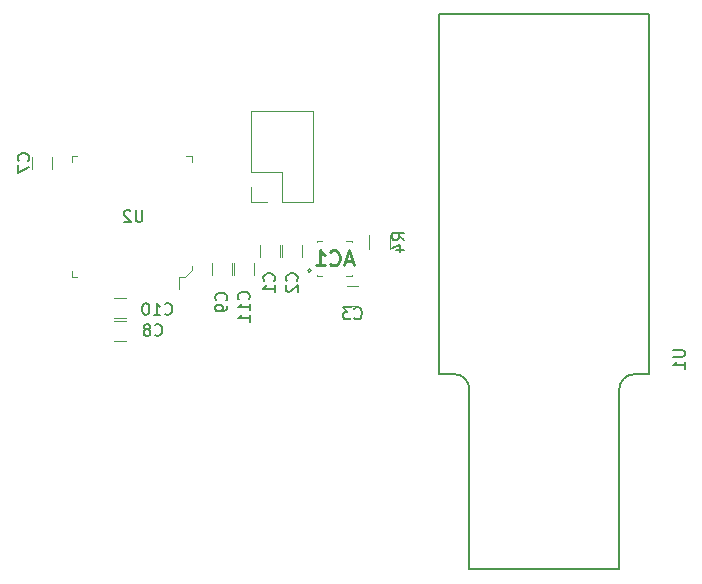
<source format=gbr>
G04 #@! TF.GenerationSoftware,KiCad,Pcbnew,(5.1.4)-1*
G04 #@! TF.CreationDate,2020-11-03T17:10:34-05:00*
G04 #@! TF.ProjectId,remote_racing_pcb,72656d6f-7465-45f7-9261-63696e675f70,rev?*
G04 #@! TF.SameCoordinates,Original*
G04 #@! TF.FileFunction,Legend,Bot*
G04 #@! TF.FilePolarity,Positive*
%FSLAX46Y46*%
G04 Gerber Fmt 4.6, Leading zero omitted, Abs format (unit mm)*
G04 Created by KiCad (PCBNEW (5.1.4)-1) date 2020-11-03 17:10:34*
%MOMM*%
%LPD*%
G04 APERTURE LIST*
%ADD10C,0.100000*%
%ADD11C,0.150000*%
%ADD12C,0.120000*%
%ADD13C,0.200000*%
%ADD14C,0.254000*%
G04 APERTURE END LIST*
D10*
X136505000Y-97135000D02*
X137005000Y-97135000D01*
X136505000Y-97135000D02*
X136505000Y-97635000D01*
X146705000Y-97135000D02*
X146205000Y-97135000D01*
X146705000Y-97135000D02*
X146705000Y-97635000D01*
X136505000Y-107335000D02*
X136505000Y-106835000D01*
X136505000Y-107335000D02*
X137005000Y-107335000D01*
X145605000Y-107335000D02*
X145605000Y-108335000D01*
X146105000Y-107335000D02*
X145605000Y-107335000D01*
X146705000Y-106735000D02*
X146105000Y-107335000D01*
X146705000Y-106435000D02*
X146705000Y-106735000D01*
D11*
X170180000Y-116840000D02*
G75*
G03X168910000Y-115570000I-1270000J0D01*
G01*
X184150000Y-115570000D02*
G75*
G03X182880000Y-116840000I0J-1270000D01*
G01*
X170180000Y-132080000D02*
X170180000Y-116840000D01*
X182880000Y-132080000D02*
X170180000Y-132080000D01*
X182880000Y-116840000D02*
X182880000Y-132080000D01*
X185420000Y-115570000D02*
X184150000Y-115570000D01*
X185420000Y-85090000D02*
X185420000Y-115570000D01*
X167640000Y-85090000D02*
X185420000Y-85090000D01*
X167640000Y-115570000D02*
X167640000Y-85090000D01*
X168910000Y-115570000D02*
X167640000Y-115570000D01*
D12*
X161680000Y-103794000D02*
X161680000Y-104994000D01*
X163440000Y-104994000D02*
X163440000Y-103794000D01*
X151705000Y-93285000D02*
X156905000Y-93285000D01*
X151705000Y-98425000D02*
X151705000Y-93285000D01*
X156905000Y-101025000D02*
X156905000Y-93285000D01*
X151705000Y-98425000D02*
X154305000Y-98425000D01*
X154305000Y-98425000D02*
X154305000Y-101025000D01*
X154305000Y-101025000D02*
X156905000Y-101025000D01*
X151705000Y-99695000D02*
X151705000Y-101025000D01*
X151705000Y-101025000D02*
X153035000Y-101025000D01*
X151980000Y-106180000D02*
X151980000Y-107180000D01*
X150280000Y-107180000D02*
X150280000Y-106180000D01*
X141089000Y-110832000D02*
X140089000Y-110832000D01*
X140089000Y-109132000D02*
X141089000Y-109132000D01*
X150075000Y-106180000D02*
X150075000Y-107180000D01*
X148375000Y-107180000D02*
X148375000Y-106180000D01*
X141089000Y-112737000D02*
X140089000Y-112737000D01*
X140089000Y-111037000D02*
X141089000Y-111037000D01*
X133135000Y-98163000D02*
X133135000Y-97163000D01*
X134835000Y-97163000D02*
X134835000Y-98163000D01*
X160790000Y-109816000D02*
X159790000Y-109816000D01*
X159790000Y-108116000D02*
X160790000Y-108116000D01*
X156044000Y-104656000D02*
X156044000Y-105656000D01*
X154344000Y-105656000D02*
X154344000Y-104656000D01*
X154139000Y-104656000D02*
X154139000Y-105656000D01*
X152439000Y-105656000D02*
X152439000Y-104656000D01*
D13*
X156650000Y-106691000D02*
G75*
G03X156650000Y-106891000I0J-100000D01*
G01*
X156650000Y-106891000D02*
G75*
G03X156650000Y-106691000I0J100000D01*
G01*
X156650000Y-106891000D02*
X156650000Y-106891000D01*
X156650000Y-106691000D02*
X156650000Y-106691000D01*
D10*
X157250000Y-107291000D02*
X157250000Y-107191000D01*
X157750000Y-107291000D02*
X157250000Y-107291000D01*
X160250000Y-107291000D02*
X160250000Y-107191000D01*
X159750000Y-107291000D02*
X160250000Y-107291000D01*
X157250000Y-104291000D02*
X157250000Y-104391000D01*
X157750000Y-104291000D02*
X157250000Y-104291000D01*
X160250000Y-104291000D02*
X160250000Y-104391000D01*
X159750000Y-104291000D02*
X160250000Y-104291000D01*
D11*
X142493904Y-101687380D02*
X142493904Y-102496904D01*
X142446285Y-102592142D01*
X142398666Y-102639761D01*
X142303428Y-102687380D01*
X142112952Y-102687380D01*
X142017714Y-102639761D01*
X141970095Y-102592142D01*
X141922476Y-102496904D01*
X141922476Y-101687380D01*
X141493904Y-101782619D02*
X141446285Y-101735000D01*
X141351047Y-101687380D01*
X141112952Y-101687380D01*
X141017714Y-101735000D01*
X140970095Y-101782619D01*
X140922476Y-101877857D01*
X140922476Y-101973095D01*
X140970095Y-102115952D01*
X141541523Y-102687380D01*
X140922476Y-102687380D01*
X187412380Y-113538095D02*
X188221904Y-113538095D01*
X188317142Y-113585714D01*
X188364761Y-113633333D01*
X188412380Y-113728571D01*
X188412380Y-113919047D01*
X188364761Y-114014285D01*
X188317142Y-114061904D01*
X188221904Y-114109523D01*
X187412380Y-114109523D01*
X188412380Y-115109523D02*
X188412380Y-114538095D01*
X188412380Y-114823809D02*
X187412380Y-114823809D01*
X187555238Y-114728571D01*
X187650476Y-114633333D01*
X187698095Y-114538095D01*
X164662380Y-104227333D02*
X164186190Y-103894000D01*
X164662380Y-103655904D02*
X163662380Y-103655904D01*
X163662380Y-104036857D01*
X163710000Y-104132095D01*
X163757619Y-104179714D01*
X163852857Y-104227333D01*
X163995714Y-104227333D01*
X164090952Y-104179714D01*
X164138571Y-104132095D01*
X164186190Y-104036857D01*
X164186190Y-103655904D01*
X163995714Y-105084476D02*
X164662380Y-105084476D01*
X163614761Y-104846380D02*
X164329047Y-104608285D01*
X164329047Y-105227333D01*
X151487142Y-109212142D02*
X151534761Y-109164523D01*
X151582380Y-109021666D01*
X151582380Y-108926428D01*
X151534761Y-108783571D01*
X151439523Y-108688333D01*
X151344285Y-108640714D01*
X151153809Y-108593095D01*
X151010952Y-108593095D01*
X150820476Y-108640714D01*
X150725238Y-108688333D01*
X150630000Y-108783571D01*
X150582380Y-108926428D01*
X150582380Y-109021666D01*
X150630000Y-109164523D01*
X150677619Y-109212142D01*
X151582380Y-110164523D02*
X151582380Y-109593095D01*
X151582380Y-109878809D02*
X150582380Y-109878809D01*
X150725238Y-109783571D01*
X150820476Y-109688333D01*
X150868095Y-109593095D01*
X151582380Y-111116904D02*
X151582380Y-110545476D01*
X151582380Y-110831190D02*
X150582380Y-110831190D01*
X150725238Y-110735952D01*
X150820476Y-110640714D01*
X150868095Y-110545476D01*
X144406857Y-110466142D02*
X144454476Y-110513761D01*
X144597333Y-110561380D01*
X144692571Y-110561380D01*
X144835428Y-110513761D01*
X144930666Y-110418523D01*
X144978285Y-110323285D01*
X145025904Y-110132809D01*
X145025904Y-109989952D01*
X144978285Y-109799476D01*
X144930666Y-109704238D01*
X144835428Y-109609000D01*
X144692571Y-109561380D01*
X144597333Y-109561380D01*
X144454476Y-109609000D01*
X144406857Y-109656619D01*
X143454476Y-110561380D02*
X144025904Y-110561380D01*
X143740190Y-110561380D02*
X143740190Y-109561380D01*
X143835428Y-109704238D01*
X143930666Y-109799476D01*
X144025904Y-109847095D01*
X142835428Y-109561380D02*
X142740190Y-109561380D01*
X142644952Y-109609000D01*
X142597333Y-109656619D01*
X142549714Y-109751857D01*
X142502095Y-109942333D01*
X142502095Y-110180428D01*
X142549714Y-110370904D01*
X142597333Y-110466142D01*
X142644952Y-110513761D01*
X142740190Y-110561380D01*
X142835428Y-110561380D01*
X142930666Y-110513761D01*
X142978285Y-110466142D01*
X143025904Y-110370904D01*
X143073523Y-110180428D01*
X143073523Y-109942333D01*
X143025904Y-109751857D01*
X142978285Y-109656619D01*
X142930666Y-109609000D01*
X142835428Y-109561380D01*
X149582142Y-109307333D02*
X149629761Y-109259714D01*
X149677380Y-109116857D01*
X149677380Y-109021619D01*
X149629761Y-108878761D01*
X149534523Y-108783523D01*
X149439285Y-108735904D01*
X149248809Y-108688285D01*
X149105952Y-108688285D01*
X148915476Y-108735904D01*
X148820238Y-108783523D01*
X148725000Y-108878761D01*
X148677380Y-109021619D01*
X148677380Y-109116857D01*
X148725000Y-109259714D01*
X148772619Y-109307333D01*
X149677380Y-109783523D02*
X149677380Y-109974000D01*
X149629761Y-110069238D01*
X149582142Y-110116857D01*
X149439285Y-110212095D01*
X149248809Y-110259714D01*
X148867857Y-110259714D01*
X148772619Y-110212095D01*
X148725000Y-110164476D01*
X148677380Y-110069238D01*
X148677380Y-109878761D01*
X148725000Y-109783523D01*
X148772619Y-109735904D01*
X148867857Y-109688285D01*
X149105952Y-109688285D01*
X149201190Y-109735904D01*
X149248809Y-109783523D01*
X149296428Y-109878761D01*
X149296428Y-110069238D01*
X149248809Y-110164476D01*
X149201190Y-110212095D01*
X149105952Y-110259714D01*
X143549666Y-112244142D02*
X143597285Y-112291761D01*
X143740142Y-112339380D01*
X143835380Y-112339380D01*
X143978238Y-112291761D01*
X144073476Y-112196523D01*
X144121095Y-112101285D01*
X144168714Y-111910809D01*
X144168714Y-111767952D01*
X144121095Y-111577476D01*
X144073476Y-111482238D01*
X143978238Y-111387000D01*
X143835380Y-111339380D01*
X143740142Y-111339380D01*
X143597285Y-111387000D01*
X143549666Y-111434619D01*
X142978238Y-111767952D02*
X143073476Y-111720333D01*
X143121095Y-111672714D01*
X143168714Y-111577476D01*
X143168714Y-111529857D01*
X143121095Y-111434619D01*
X143073476Y-111387000D01*
X142978238Y-111339380D01*
X142787761Y-111339380D01*
X142692523Y-111387000D01*
X142644904Y-111434619D01*
X142597285Y-111529857D01*
X142597285Y-111577476D01*
X142644904Y-111672714D01*
X142692523Y-111720333D01*
X142787761Y-111767952D01*
X142978238Y-111767952D01*
X143073476Y-111815571D01*
X143121095Y-111863190D01*
X143168714Y-111958428D01*
X143168714Y-112148904D01*
X143121095Y-112244142D01*
X143073476Y-112291761D01*
X142978238Y-112339380D01*
X142787761Y-112339380D01*
X142692523Y-112291761D01*
X142644904Y-112244142D01*
X142597285Y-112148904D01*
X142597285Y-111958428D01*
X142644904Y-111863190D01*
X142692523Y-111815571D01*
X142787761Y-111767952D01*
X132842142Y-97496333D02*
X132889761Y-97448714D01*
X132937380Y-97305857D01*
X132937380Y-97210619D01*
X132889761Y-97067761D01*
X132794523Y-96972523D01*
X132699285Y-96924904D01*
X132508809Y-96877285D01*
X132365952Y-96877285D01*
X132175476Y-96924904D01*
X132080238Y-96972523D01*
X131985000Y-97067761D01*
X131937380Y-97210619D01*
X131937380Y-97305857D01*
X131985000Y-97448714D01*
X132032619Y-97496333D01*
X131937380Y-97829666D02*
X131937380Y-98496333D01*
X132937380Y-98067761D01*
X160456666Y-110823142D02*
X160504285Y-110870761D01*
X160647142Y-110918380D01*
X160742380Y-110918380D01*
X160885238Y-110870761D01*
X160980476Y-110775523D01*
X161028095Y-110680285D01*
X161075714Y-110489809D01*
X161075714Y-110346952D01*
X161028095Y-110156476D01*
X160980476Y-110061238D01*
X160885238Y-109966000D01*
X160742380Y-109918380D01*
X160647142Y-109918380D01*
X160504285Y-109966000D01*
X160456666Y-110013619D01*
X160123333Y-109918380D02*
X159504285Y-109918380D01*
X159837619Y-110299333D01*
X159694761Y-110299333D01*
X159599523Y-110346952D01*
X159551904Y-110394571D01*
X159504285Y-110489809D01*
X159504285Y-110727904D01*
X159551904Y-110823142D01*
X159599523Y-110870761D01*
X159694761Y-110918380D01*
X159980476Y-110918380D01*
X160075714Y-110870761D01*
X160123333Y-110823142D01*
X155551142Y-107656333D02*
X155598761Y-107608714D01*
X155646380Y-107465857D01*
X155646380Y-107370619D01*
X155598761Y-107227761D01*
X155503523Y-107132523D01*
X155408285Y-107084904D01*
X155217809Y-107037285D01*
X155074952Y-107037285D01*
X154884476Y-107084904D01*
X154789238Y-107132523D01*
X154694000Y-107227761D01*
X154646380Y-107370619D01*
X154646380Y-107465857D01*
X154694000Y-107608714D01*
X154741619Y-107656333D01*
X154741619Y-108037285D02*
X154694000Y-108084904D01*
X154646380Y-108180142D01*
X154646380Y-108418238D01*
X154694000Y-108513476D01*
X154741619Y-108561095D01*
X154836857Y-108608714D01*
X154932095Y-108608714D01*
X155074952Y-108561095D01*
X155646380Y-107989666D01*
X155646380Y-108608714D01*
X153646142Y-107656333D02*
X153693761Y-107608714D01*
X153741380Y-107465857D01*
X153741380Y-107370619D01*
X153693761Y-107227761D01*
X153598523Y-107132523D01*
X153503285Y-107084904D01*
X153312809Y-107037285D01*
X153169952Y-107037285D01*
X152979476Y-107084904D01*
X152884238Y-107132523D01*
X152789000Y-107227761D01*
X152741380Y-107370619D01*
X152741380Y-107465857D01*
X152789000Y-107608714D01*
X152836619Y-107656333D01*
X153741380Y-108608714D02*
X153741380Y-108037285D01*
X153741380Y-108323000D02*
X152741380Y-108323000D01*
X152884238Y-108227761D01*
X152979476Y-108132523D01*
X153027095Y-108037285D01*
D14*
X160292142Y-106002666D02*
X159687380Y-106002666D01*
X160413095Y-106365523D02*
X159989761Y-105095523D01*
X159566428Y-106365523D01*
X158417380Y-106244571D02*
X158477857Y-106305047D01*
X158659285Y-106365523D01*
X158780238Y-106365523D01*
X158961666Y-106305047D01*
X159082619Y-106184095D01*
X159143095Y-106063142D01*
X159203571Y-105821238D01*
X159203571Y-105639809D01*
X159143095Y-105397904D01*
X159082619Y-105276952D01*
X158961666Y-105156000D01*
X158780238Y-105095523D01*
X158659285Y-105095523D01*
X158477857Y-105156000D01*
X158417380Y-105216476D01*
X157207857Y-106365523D02*
X157933571Y-106365523D01*
X157570714Y-106365523D02*
X157570714Y-105095523D01*
X157691666Y-105276952D01*
X157812619Y-105397904D01*
X157933571Y-105458380D01*
M02*

</source>
